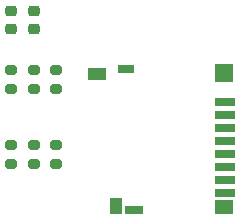
<source format=gbr>
%TF.GenerationSoftware,KiCad,Pcbnew,9.0.2+dfsg-1*%
%TF.CreationDate,2025-06-14T17:41:50+08:00*%
%TF.ProjectId,sd,73642e6b-6963-4616-945f-706362585858,rev?*%
%TF.SameCoordinates,Original*%
%TF.FileFunction,Paste,Top*%
%TF.FilePolarity,Positive*%
%FSLAX46Y46*%
G04 Gerber Fmt 4.6, Leading zero omitted, Abs format (unit mm)*
G04 Created by KiCad (PCBNEW 9.0.2+dfsg-1) date 2025-06-14 17:41:50*
%MOMM*%
%LPD*%
G01*
G04 APERTURE LIST*
G04 Aperture macros list*
%AMRoundRect*
0 Rectangle with rounded corners*
0 $1 Rounding radius*
0 $2 $3 $4 $5 $6 $7 $8 $9 X,Y pos of 4 corners*
0 Add a 4 corners polygon primitive as box body*
4,1,4,$2,$3,$4,$5,$6,$7,$8,$9,$2,$3,0*
0 Add four circle primitives for the rounded corners*
1,1,$1+$1,$2,$3*
1,1,$1+$1,$4,$5*
1,1,$1+$1,$6,$7*
1,1,$1+$1,$8,$9*
0 Add four rect primitives between the rounded corners*
20,1,$1+$1,$2,$3,$4,$5,0*
20,1,$1+$1,$4,$5,$6,$7,0*
20,1,$1+$1,$6,$7,$8,$9,0*
20,1,$1+$1,$8,$9,$2,$3,0*%
G04 Aperture macros list end*
%ADD10RoundRect,0.200000X-0.275000X0.200000X-0.275000X-0.200000X0.275000X-0.200000X0.275000X0.200000X0*%
%ADD11R,1.750000X0.700000*%
%ADD12R,1.000000X1.450000*%
%ADD13R,1.550000X1.000000*%
%ADD14R,1.500000X0.800000*%
%ADD15R,1.500000X1.300000*%
%ADD16R,1.500000X1.500000*%
%ADD17R,1.400000X0.800000*%
%ADD18RoundRect,0.225000X0.250000X-0.225000X0.250000X0.225000X-0.250000X0.225000X-0.250000X-0.225000X0*%
G04 APERTURE END LIST*
D10*
%TO.C,R5*%
X155575000Y-95695000D03*
X155575000Y-97345000D03*
%TD*%
D11*
%TO.C,J1*%
X171757500Y-92055000D03*
X171757500Y-93155000D03*
X171757500Y-94255000D03*
X171757500Y-95355000D03*
X171757500Y-96455000D03*
X171757500Y-97555000D03*
X171757500Y-98655000D03*
X171757500Y-99755000D03*
D12*
X162532500Y-100880000D03*
D13*
X160957500Y-89655000D03*
D14*
X164032500Y-101205000D03*
D15*
X171632500Y-100955000D03*
D16*
X171632500Y-89605000D03*
D17*
X163382500Y-89255000D03*
%TD*%
D10*
%TO.C,R1*%
X153670000Y-89345000D03*
X153670000Y-90995000D03*
%TD*%
%TO.C,R2*%
X155575000Y-89345000D03*
X155575000Y-90995000D03*
%TD*%
%TO.C,R6*%
X157480000Y-95695000D03*
X157480000Y-97345000D03*
%TD*%
%TO.C,R4*%
X153670000Y-95695000D03*
X153670000Y-97345000D03*
%TD*%
D18*
%TO.C,C1*%
X153670000Y-85865000D03*
X153670000Y-84315000D03*
%TD*%
D10*
%TO.C,R3*%
X157480000Y-89345000D03*
X157480000Y-90995000D03*
%TD*%
D18*
%TO.C,C2*%
X155575000Y-85865000D03*
X155575000Y-84315000D03*
%TD*%
M02*

</source>
